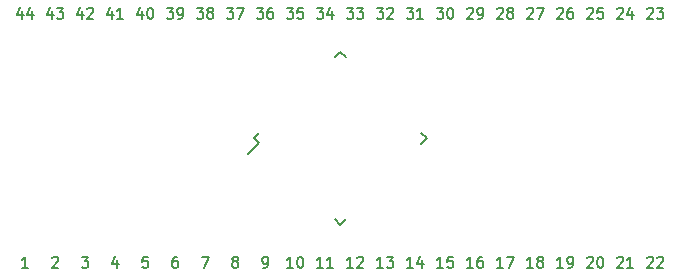
<source format=gbr>
G04 #@! TF.GenerationSoftware,KiCad,Pcbnew,(5.1.4)-1*
G04 #@! TF.CreationDate,2019-10-24T16:58:35-04:00*
G04 #@! TF.ProjectId,TQFP44,54514650-3434-42e6-9b69-6361645f7063,B*
G04 #@! TF.SameCoordinates,Original*
G04 #@! TF.FileFunction,Legend,Top*
G04 #@! TF.FilePolarity,Positive*
%FSLAX46Y46*%
G04 Gerber Fmt 4.6, Leading zero omitted, Abs format (unit mm)*
G04 Created by KiCad (PCBNEW (5.1.4)-1) date 2019-10-24 16:58:35*
%MOMM*%
%LPD*%
G04 APERTURE LIST*
%ADD10C,0.150000*%
G04 APERTURE END LIST*
D10*
X70862857Y-34986142D02*
X70862857Y-35586142D01*
X70648571Y-34643285D02*
X70434285Y-35286142D01*
X70991428Y-35286142D01*
X71720000Y-34986142D02*
X71720000Y-35586142D01*
X71505714Y-34643285D02*
X71291428Y-35286142D01*
X71848571Y-35286142D01*
X116154285Y-34771857D02*
X116197142Y-34729000D01*
X116282857Y-34686142D01*
X116497142Y-34686142D01*
X116582857Y-34729000D01*
X116625714Y-34771857D01*
X116668571Y-34857571D01*
X116668571Y-34943285D01*
X116625714Y-35071857D01*
X116111428Y-35586142D01*
X116668571Y-35586142D01*
X117440000Y-34686142D02*
X117268571Y-34686142D01*
X117182857Y-34729000D01*
X117140000Y-34771857D01*
X117054285Y-34900428D01*
X117011428Y-35071857D01*
X117011428Y-35414714D01*
X117054285Y-35500428D01*
X117097142Y-35543285D01*
X117182857Y-35586142D01*
X117354285Y-35586142D01*
X117440000Y-35543285D01*
X117482857Y-35500428D01*
X117525714Y-35414714D01*
X117525714Y-35200428D01*
X117482857Y-35114714D01*
X117440000Y-35071857D01*
X117354285Y-35029000D01*
X117182857Y-35029000D01*
X117097142Y-35071857D01*
X117054285Y-35114714D01*
X117011428Y-35200428D01*
X118694285Y-34771857D02*
X118737142Y-34729000D01*
X118822857Y-34686142D01*
X119037142Y-34686142D01*
X119122857Y-34729000D01*
X119165714Y-34771857D01*
X119208571Y-34857571D01*
X119208571Y-34943285D01*
X119165714Y-35071857D01*
X118651428Y-35586142D01*
X119208571Y-35586142D01*
X120022857Y-34686142D02*
X119594285Y-34686142D01*
X119551428Y-35114714D01*
X119594285Y-35071857D01*
X119680000Y-35029000D01*
X119894285Y-35029000D01*
X119980000Y-35071857D01*
X120022857Y-35114714D01*
X120065714Y-35200428D01*
X120065714Y-35414714D01*
X120022857Y-35500428D01*
X119980000Y-35543285D01*
X119894285Y-35586142D01*
X119680000Y-35586142D01*
X119594285Y-35543285D01*
X119551428Y-35500428D01*
X121234285Y-34771857D02*
X121277142Y-34729000D01*
X121362857Y-34686142D01*
X121577142Y-34686142D01*
X121662857Y-34729000D01*
X121705714Y-34771857D01*
X121748571Y-34857571D01*
X121748571Y-34943285D01*
X121705714Y-35071857D01*
X121191428Y-35586142D01*
X121748571Y-35586142D01*
X122520000Y-34986142D02*
X122520000Y-35586142D01*
X122305714Y-34643285D02*
X122091428Y-35286142D01*
X122648571Y-35286142D01*
X123774285Y-34771857D02*
X123817142Y-34729000D01*
X123902857Y-34686142D01*
X124117142Y-34686142D01*
X124202857Y-34729000D01*
X124245714Y-34771857D01*
X124288571Y-34857571D01*
X124288571Y-34943285D01*
X124245714Y-35071857D01*
X123731428Y-35586142D01*
X124288571Y-35586142D01*
X124588571Y-34686142D02*
X125145714Y-34686142D01*
X124845714Y-35029000D01*
X124974285Y-35029000D01*
X125060000Y-35071857D01*
X125102857Y-35114714D01*
X125145714Y-35200428D01*
X125145714Y-35414714D01*
X125102857Y-35500428D01*
X125060000Y-35543285D01*
X124974285Y-35586142D01*
X124717142Y-35586142D01*
X124631428Y-35543285D01*
X124588571Y-35500428D01*
X116668571Y-56668142D02*
X116154285Y-56668142D01*
X116411428Y-56668142D02*
X116411428Y-55768142D01*
X116325714Y-55896714D01*
X116240000Y-55982428D01*
X116154285Y-56025285D01*
X117097142Y-56668142D02*
X117268571Y-56668142D01*
X117354285Y-56625285D01*
X117397142Y-56582428D01*
X117482857Y-56453857D01*
X117525714Y-56282428D01*
X117525714Y-55939571D01*
X117482857Y-55853857D01*
X117440000Y-55811000D01*
X117354285Y-55768142D01*
X117182857Y-55768142D01*
X117097142Y-55811000D01*
X117054285Y-55853857D01*
X117011428Y-55939571D01*
X117011428Y-56153857D01*
X117054285Y-56239571D01*
X117097142Y-56282428D01*
X117182857Y-56325285D01*
X117354285Y-56325285D01*
X117440000Y-56282428D01*
X117482857Y-56239571D01*
X117525714Y-56153857D01*
X123774285Y-55853857D02*
X123817142Y-55811000D01*
X123902857Y-55768142D01*
X124117142Y-55768142D01*
X124202857Y-55811000D01*
X124245714Y-55853857D01*
X124288571Y-55939571D01*
X124288571Y-56025285D01*
X124245714Y-56153857D01*
X123731428Y-56668142D01*
X124288571Y-56668142D01*
X124631428Y-55853857D02*
X124674285Y-55811000D01*
X124760000Y-55768142D01*
X124974285Y-55768142D01*
X125060000Y-55811000D01*
X125102857Y-55853857D01*
X125145714Y-55939571D01*
X125145714Y-56025285D01*
X125102857Y-56153857D01*
X124588571Y-56668142D01*
X125145714Y-56668142D01*
X118694285Y-55853857D02*
X118737142Y-55811000D01*
X118822857Y-55768142D01*
X119037142Y-55768142D01*
X119122857Y-55811000D01*
X119165714Y-55853857D01*
X119208571Y-55939571D01*
X119208571Y-56025285D01*
X119165714Y-56153857D01*
X118651428Y-56668142D01*
X119208571Y-56668142D01*
X119765714Y-55768142D02*
X119851428Y-55768142D01*
X119937142Y-55811000D01*
X119980000Y-55853857D01*
X120022857Y-55939571D01*
X120065714Y-56111000D01*
X120065714Y-56325285D01*
X120022857Y-56496714D01*
X119980000Y-56582428D01*
X119937142Y-56625285D01*
X119851428Y-56668142D01*
X119765714Y-56668142D01*
X119680000Y-56625285D01*
X119637142Y-56582428D01*
X119594285Y-56496714D01*
X119551428Y-56325285D01*
X119551428Y-56111000D01*
X119594285Y-55939571D01*
X119637142Y-55853857D01*
X119680000Y-55811000D01*
X119765714Y-55768142D01*
X121234285Y-55853857D02*
X121277142Y-55811000D01*
X121362857Y-55768142D01*
X121577142Y-55768142D01*
X121662857Y-55811000D01*
X121705714Y-55853857D01*
X121748571Y-55939571D01*
X121748571Y-56025285D01*
X121705714Y-56153857D01*
X121191428Y-56668142D01*
X121748571Y-56668142D01*
X122605714Y-56668142D02*
X122091428Y-56668142D01*
X122348571Y-56668142D02*
X122348571Y-55768142D01*
X122262857Y-55896714D01*
X122177142Y-55982428D01*
X122091428Y-56025285D01*
X114128571Y-56668142D02*
X113614285Y-56668142D01*
X113871428Y-56668142D02*
X113871428Y-55768142D01*
X113785714Y-55896714D01*
X113700000Y-55982428D01*
X113614285Y-56025285D01*
X114642857Y-56153857D02*
X114557142Y-56111000D01*
X114514285Y-56068142D01*
X114471428Y-55982428D01*
X114471428Y-55939571D01*
X114514285Y-55853857D01*
X114557142Y-55811000D01*
X114642857Y-55768142D01*
X114814285Y-55768142D01*
X114900000Y-55811000D01*
X114942857Y-55853857D01*
X114985714Y-55939571D01*
X114985714Y-55982428D01*
X114942857Y-56068142D01*
X114900000Y-56111000D01*
X114814285Y-56153857D01*
X114642857Y-56153857D01*
X114557142Y-56196714D01*
X114514285Y-56239571D01*
X114471428Y-56325285D01*
X114471428Y-56496714D01*
X114514285Y-56582428D01*
X114557142Y-56625285D01*
X114642857Y-56668142D01*
X114814285Y-56668142D01*
X114900000Y-56625285D01*
X114942857Y-56582428D01*
X114985714Y-56496714D01*
X114985714Y-56325285D01*
X114942857Y-56239571D01*
X114900000Y-56196714D01*
X114814285Y-56153857D01*
X83991428Y-55768142D02*
X83820000Y-55768142D01*
X83734285Y-55811000D01*
X83691428Y-55853857D01*
X83605714Y-55982428D01*
X83562857Y-56153857D01*
X83562857Y-56496714D01*
X83605714Y-56582428D01*
X83648571Y-56625285D01*
X83734285Y-56668142D01*
X83905714Y-56668142D01*
X83991428Y-56625285D01*
X84034285Y-56582428D01*
X84077142Y-56496714D01*
X84077142Y-56282428D01*
X84034285Y-56196714D01*
X83991428Y-56153857D01*
X83905714Y-56111000D01*
X83734285Y-56111000D01*
X83648571Y-56153857D01*
X83605714Y-56196714D01*
X83562857Y-56282428D01*
X81494285Y-55768142D02*
X81065714Y-55768142D01*
X81022857Y-56196714D01*
X81065714Y-56153857D01*
X81151428Y-56111000D01*
X81365714Y-56111000D01*
X81451428Y-56153857D01*
X81494285Y-56196714D01*
X81537142Y-56282428D01*
X81537142Y-56496714D01*
X81494285Y-56582428D01*
X81451428Y-56625285D01*
X81365714Y-56668142D01*
X81151428Y-56668142D01*
X81065714Y-56625285D01*
X81022857Y-56582428D01*
X71377142Y-56668142D02*
X70862857Y-56668142D01*
X71120000Y-56668142D02*
X71120000Y-55768142D01*
X71034285Y-55896714D01*
X70948571Y-55982428D01*
X70862857Y-56025285D01*
X101428571Y-56668142D02*
X100914285Y-56668142D01*
X101171428Y-56668142D02*
X101171428Y-55768142D01*
X101085714Y-55896714D01*
X101000000Y-55982428D01*
X100914285Y-56025285D01*
X101728571Y-55768142D02*
X102285714Y-55768142D01*
X101985714Y-56111000D01*
X102114285Y-56111000D01*
X102200000Y-56153857D01*
X102242857Y-56196714D01*
X102285714Y-56282428D01*
X102285714Y-56496714D01*
X102242857Y-56582428D01*
X102200000Y-56625285D01*
X102114285Y-56668142D01*
X101857142Y-56668142D01*
X101771428Y-56625285D01*
X101728571Y-56582428D01*
X86060000Y-55768142D02*
X86660000Y-55768142D01*
X86274285Y-56668142D01*
X111588571Y-56668142D02*
X111074285Y-56668142D01*
X111331428Y-56668142D02*
X111331428Y-55768142D01*
X111245714Y-55896714D01*
X111160000Y-55982428D01*
X111074285Y-56025285D01*
X111888571Y-55768142D02*
X112488571Y-55768142D01*
X112102857Y-56668142D01*
X98888571Y-56668142D02*
X98374285Y-56668142D01*
X98631428Y-56668142D02*
X98631428Y-55768142D01*
X98545714Y-55896714D01*
X98460000Y-55982428D01*
X98374285Y-56025285D01*
X99231428Y-55853857D02*
X99274285Y-55811000D01*
X99360000Y-55768142D01*
X99574285Y-55768142D01*
X99660000Y-55811000D01*
X99702857Y-55853857D01*
X99745714Y-55939571D01*
X99745714Y-56025285D01*
X99702857Y-56153857D01*
X99188571Y-56668142D01*
X99745714Y-56668142D01*
X93808571Y-56668142D02*
X93294285Y-56668142D01*
X93551428Y-56668142D02*
X93551428Y-55768142D01*
X93465714Y-55896714D01*
X93380000Y-55982428D01*
X93294285Y-56025285D01*
X94365714Y-55768142D02*
X94451428Y-55768142D01*
X94537142Y-55811000D01*
X94580000Y-55853857D01*
X94622857Y-55939571D01*
X94665714Y-56111000D01*
X94665714Y-56325285D01*
X94622857Y-56496714D01*
X94580000Y-56582428D01*
X94537142Y-56625285D01*
X94451428Y-56668142D01*
X94365714Y-56668142D01*
X94280000Y-56625285D01*
X94237142Y-56582428D01*
X94194285Y-56496714D01*
X94151428Y-56325285D01*
X94151428Y-56111000D01*
X94194285Y-55939571D01*
X94237142Y-55853857D01*
X94280000Y-55811000D01*
X94365714Y-55768142D01*
X109048571Y-56668142D02*
X108534285Y-56668142D01*
X108791428Y-56668142D02*
X108791428Y-55768142D01*
X108705714Y-55896714D01*
X108620000Y-55982428D01*
X108534285Y-56025285D01*
X109820000Y-55768142D02*
X109648571Y-55768142D01*
X109562857Y-55811000D01*
X109520000Y-55853857D01*
X109434285Y-55982428D01*
X109391428Y-56153857D01*
X109391428Y-56496714D01*
X109434285Y-56582428D01*
X109477142Y-56625285D01*
X109562857Y-56668142D01*
X109734285Y-56668142D01*
X109820000Y-56625285D01*
X109862857Y-56582428D01*
X109905714Y-56496714D01*
X109905714Y-56282428D01*
X109862857Y-56196714D01*
X109820000Y-56153857D01*
X109734285Y-56111000D01*
X109562857Y-56111000D01*
X109477142Y-56153857D01*
X109434285Y-56196714D01*
X109391428Y-56282428D01*
X103968571Y-56668142D02*
X103454285Y-56668142D01*
X103711428Y-56668142D02*
X103711428Y-55768142D01*
X103625714Y-55896714D01*
X103540000Y-55982428D01*
X103454285Y-56025285D01*
X104740000Y-56068142D02*
X104740000Y-56668142D01*
X104525714Y-55725285D02*
X104311428Y-56368142D01*
X104868571Y-56368142D01*
X106508571Y-56668142D02*
X105994285Y-56668142D01*
X106251428Y-56668142D02*
X106251428Y-55768142D01*
X106165714Y-55896714D01*
X106080000Y-55982428D01*
X105994285Y-56025285D01*
X107322857Y-55768142D02*
X106894285Y-55768142D01*
X106851428Y-56196714D01*
X106894285Y-56153857D01*
X106980000Y-56111000D01*
X107194285Y-56111000D01*
X107280000Y-56153857D01*
X107322857Y-56196714D01*
X107365714Y-56282428D01*
X107365714Y-56496714D01*
X107322857Y-56582428D01*
X107280000Y-56625285D01*
X107194285Y-56668142D01*
X106980000Y-56668142D01*
X106894285Y-56625285D01*
X106851428Y-56582428D01*
X96348571Y-56668142D02*
X95834285Y-56668142D01*
X96091428Y-56668142D02*
X96091428Y-55768142D01*
X96005714Y-55896714D01*
X95920000Y-55982428D01*
X95834285Y-56025285D01*
X97205714Y-56668142D02*
X96691428Y-56668142D01*
X96948571Y-56668142D02*
X96948571Y-55768142D01*
X96862857Y-55896714D01*
X96777142Y-55982428D01*
X96691428Y-56025285D01*
X91268571Y-56668142D02*
X91440000Y-56668142D01*
X91525714Y-56625285D01*
X91568571Y-56582428D01*
X91654285Y-56453857D01*
X91697142Y-56282428D01*
X91697142Y-55939571D01*
X91654285Y-55853857D01*
X91611428Y-55811000D01*
X91525714Y-55768142D01*
X91354285Y-55768142D01*
X91268571Y-55811000D01*
X91225714Y-55853857D01*
X91182857Y-55939571D01*
X91182857Y-56153857D01*
X91225714Y-56239571D01*
X91268571Y-56282428D01*
X91354285Y-56325285D01*
X91525714Y-56325285D01*
X91611428Y-56282428D01*
X91654285Y-56239571D01*
X91697142Y-56153857D01*
X88814285Y-56153857D02*
X88728571Y-56111000D01*
X88685714Y-56068142D01*
X88642857Y-55982428D01*
X88642857Y-55939571D01*
X88685714Y-55853857D01*
X88728571Y-55811000D01*
X88814285Y-55768142D01*
X88985714Y-55768142D01*
X89071428Y-55811000D01*
X89114285Y-55853857D01*
X89157142Y-55939571D01*
X89157142Y-55982428D01*
X89114285Y-56068142D01*
X89071428Y-56111000D01*
X88985714Y-56153857D01*
X88814285Y-56153857D01*
X88728571Y-56196714D01*
X88685714Y-56239571D01*
X88642857Y-56325285D01*
X88642857Y-56496714D01*
X88685714Y-56582428D01*
X88728571Y-56625285D01*
X88814285Y-56668142D01*
X88985714Y-56668142D01*
X89071428Y-56625285D01*
X89114285Y-56582428D01*
X89157142Y-56496714D01*
X89157142Y-56325285D01*
X89114285Y-56239571D01*
X89071428Y-56196714D01*
X88985714Y-56153857D01*
X78911428Y-56068142D02*
X78911428Y-56668142D01*
X78697142Y-55725285D02*
X78482857Y-56368142D01*
X79040000Y-56368142D01*
X73402857Y-55853857D02*
X73445714Y-55811000D01*
X73531428Y-55768142D01*
X73745714Y-55768142D01*
X73831428Y-55811000D01*
X73874285Y-55853857D01*
X73917142Y-55939571D01*
X73917142Y-56025285D01*
X73874285Y-56153857D01*
X73360000Y-56668142D01*
X73917142Y-56668142D01*
X75900000Y-55768142D02*
X76457142Y-55768142D01*
X76157142Y-56111000D01*
X76285714Y-56111000D01*
X76371428Y-56153857D01*
X76414285Y-56196714D01*
X76457142Y-56282428D01*
X76457142Y-56496714D01*
X76414285Y-56582428D01*
X76371428Y-56625285D01*
X76285714Y-56668142D01*
X76028571Y-56668142D01*
X75942857Y-56625285D01*
X75900000Y-56582428D01*
X113614285Y-34771857D02*
X113657142Y-34729000D01*
X113742857Y-34686142D01*
X113957142Y-34686142D01*
X114042857Y-34729000D01*
X114085714Y-34771857D01*
X114128571Y-34857571D01*
X114128571Y-34943285D01*
X114085714Y-35071857D01*
X113571428Y-35586142D01*
X114128571Y-35586142D01*
X114428571Y-34686142D02*
X115028571Y-34686142D01*
X114642857Y-35586142D01*
X111074285Y-34771857D02*
X111117142Y-34729000D01*
X111202857Y-34686142D01*
X111417142Y-34686142D01*
X111502857Y-34729000D01*
X111545714Y-34771857D01*
X111588571Y-34857571D01*
X111588571Y-34943285D01*
X111545714Y-35071857D01*
X111031428Y-35586142D01*
X111588571Y-35586142D01*
X112102857Y-35071857D02*
X112017142Y-35029000D01*
X111974285Y-34986142D01*
X111931428Y-34900428D01*
X111931428Y-34857571D01*
X111974285Y-34771857D01*
X112017142Y-34729000D01*
X112102857Y-34686142D01*
X112274285Y-34686142D01*
X112360000Y-34729000D01*
X112402857Y-34771857D01*
X112445714Y-34857571D01*
X112445714Y-34900428D01*
X112402857Y-34986142D01*
X112360000Y-35029000D01*
X112274285Y-35071857D01*
X112102857Y-35071857D01*
X112017142Y-35114714D01*
X111974285Y-35157571D01*
X111931428Y-35243285D01*
X111931428Y-35414714D01*
X111974285Y-35500428D01*
X112017142Y-35543285D01*
X112102857Y-35586142D01*
X112274285Y-35586142D01*
X112360000Y-35543285D01*
X112402857Y-35500428D01*
X112445714Y-35414714D01*
X112445714Y-35243285D01*
X112402857Y-35157571D01*
X112360000Y-35114714D01*
X112274285Y-35071857D01*
X108534285Y-34771857D02*
X108577142Y-34729000D01*
X108662857Y-34686142D01*
X108877142Y-34686142D01*
X108962857Y-34729000D01*
X109005714Y-34771857D01*
X109048571Y-34857571D01*
X109048571Y-34943285D01*
X109005714Y-35071857D01*
X108491428Y-35586142D01*
X109048571Y-35586142D01*
X109477142Y-35586142D02*
X109648571Y-35586142D01*
X109734285Y-35543285D01*
X109777142Y-35500428D01*
X109862857Y-35371857D01*
X109905714Y-35200428D01*
X109905714Y-34857571D01*
X109862857Y-34771857D01*
X109820000Y-34729000D01*
X109734285Y-34686142D01*
X109562857Y-34686142D01*
X109477142Y-34729000D01*
X109434285Y-34771857D01*
X109391428Y-34857571D01*
X109391428Y-35071857D01*
X109434285Y-35157571D01*
X109477142Y-35200428D01*
X109562857Y-35243285D01*
X109734285Y-35243285D01*
X109820000Y-35200428D01*
X109862857Y-35157571D01*
X109905714Y-35071857D01*
X105951428Y-34686142D02*
X106508571Y-34686142D01*
X106208571Y-35029000D01*
X106337142Y-35029000D01*
X106422857Y-35071857D01*
X106465714Y-35114714D01*
X106508571Y-35200428D01*
X106508571Y-35414714D01*
X106465714Y-35500428D01*
X106422857Y-35543285D01*
X106337142Y-35586142D01*
X106080000Y-35586142D01*
X105994285Y-35543285D01*
X105951428Y-35500428D01*
X107065714Y-34686142D02*
X107151428Y-34686142D01*
X107237142Y-34729000D01*
X107280000Y-34771857D01*
X107322857Y-34857571D01*
X107365714Y-35029000D01*
X107365714Y-35243285D01*
X107322857Y-35414714D01*
X107280000Y-35500428D01*
X107237142Y-35543285D01*
X107151428Y-35586142D01*
X107065714Y-35586142D01*
X106980000Y-35543285D01*
X106937142Y-35500428D01*
X106894285Y-35414714D01*
X106851428Y-35243285D01*
X106851428Y-35029000D01*
X106894285Y-34857571D01*
X106937142Y-34771857D01*
X106980000Y-34729000D01*
X107065714Y-34686142D01*
X103411428Y-34686142D02*
X103968571Y-34686142D01*
X103668571Y-35029000D01*
X103797142Y-35029000D01*
X103882857Y-35071857D01*
X103925714Y-35114714D01*
X103968571Y-35200428D01*
X103968571Y-35414714D01*
X103925714Y-35500428D01*
X103882857Y-35543285D01*
X103797142Y-35586142D01*
X103540000Y-35586142D01*
X103454285Y-35543285D01*
X103411428Y-35500428D01*
X104825714Y-35586142D02*
X104311428Y-35586142D01*
X104568571Y-35586142D02*
X104568571Y-34686142D01*
X104482857Y-34814714D01*
X104397142Y-34900428D01*
X104311428Y-34943285D01*
X100871428Y-34686142D02*
X101428571Y-34686142D01*
X101128571Y-35029000D01*
X101257142Y-35029000D01*
X101342857Y-35071857D01*
X101385714Y-35114714D01*
X101428571Y-35200428D01*
X101428571Y-35414714D01*
X101385714Y-35500428D01*
X101342857Y-35543285D01*
X101257142Y-35586142D01*
X101000000Y-35586142D01*
X100914285Y-35543285D01*
X100871428Y-35500428D01*
X101771428Y-34771857D02*
X101814285Y-34729000D01*
X101900000Y-34686142D01*
X102114285Y-34686142D01*
X102200000Y-34729000D01*
X102242857Y-34771857D01*
X102285714Y-34857571D01*
X102285714Y-34943285D01*
X102242857Y-35071857D01*
X101728571Y-35586142D01*
X102285714Y-35586142D01*
X98331428Y-34686142D02*
X98888571Y-34686142D01*
X98588571Y-35029000D01*
X98717142Y-35029000D01*
X98802857Y-35071857D01*
X98845714Y-35114714D01*
X98888571Y-35200428D01*
X98888571Y-35414714D01*
X98845714Y-35500428D01*
X98802857Y-35543285D01*
X98717142Y-35586142D01*
X98460000Y-35586142D01*
X98374285Y-35543285D01*
X98331428Y-35500428D01*
X99188571Y-34686142D02*
X99745714Y-34686142D01*
X99445714Y-35029000D01*
X99574285Y-35029000D01*
X99660000Y-35071857D01*
X99702857Y-35114714D01*
X99745714Y-35200428D01*
X99745714Y-35414714D01*
X99702857Y-35500428D01*
X99660000Y-35543285D01*
X99574285Y-35586142D01*
X99317142Y-35586142D01*
X99231428Y-35543285D01*
X99188571Y-35500428D01*
X95791428Y-34686142D02*
X96348571Y-34686142D01*
X96048571Y-35029000D01*
X96177142Y-35029000D01*
X96262857Y-35071857D01*
X96305714Y-35114714D01*
X96348571Y-35200428D01*
X96348571Y-35414714D01*
X96305714Y-35500428D01*
X96262857Y-35543285D01*
X96177142Y-35586142D01*
X95920000Y-35586142D01*
X95834285Y-35543285D01*
X95791428Y-35500428D01*
X97120000Y-34986142D02*
X97120000Y-35586142D01*
X96905714Y-34643285D02*
X96691428Y-35286142D01*
X97248571Y-35286142D01*
X93251428Y-34686142D02*
X93808571Y-34686142D01*
X93508571Y-35029000D01*
X93637142Y-35029000D01*
X93722857Y-35071857D01*
X93765714Y-35114714D01*
X93808571Y-35200428D01*
X93808571Y-35414714D01*
X93765714Y-35500428D01*
X93722857Y-35543285D01*
X93637142Y-35586142D01*
X93380000Y-35586142D01*
X93294285Y-35543285D01*
X93251428Y-35500428D01*
X94622857Y-34686142D02*
X94194285Y-34686142D01*
X94151428Y-35114714D01*
X94194285Y-35071857D01*
X94280000Y-35029000D01*
X94494285Y-35029000D01*
X94580000Y-35071857D01*
X94622857Y-35114714D01*
X94665714Y-35200428D01*
X94665714Y-35414714D01*
X94622857Y-35500428D01*
X94580000Y-35543285D01*
X94494285Y-35586142D01*
X94280000Y-35586142D01*
X94194285Y-35543285D01*
X94151428Y-35500428D01*
X90711428Y-34686142D02*
X91268571Y-34686142D01*
X90968571Y-35029000D01*
X91097142Y-35029000D01*
X91182857Y-35071857D01*
X91225714Y-35114714D01*
X91268571Y-35200428D01*
X91268571Y-35414714D01*
X91225714Y-35500428D01*
X91182857Y-35543285D01*
X91097142Y-35586142D01*
X90840000Y-35586142D01*
X90754285Y-35543285D01*
X90711428Y-35500428D01*
X92040000Y-34686142D02*
X91868571Y-34686142D01*
X91782857Y-34729000D01*
X91740000Y-34771857D01*
X91654285Y-34900428D01*
X91611428Y-35071857D01*
X91611428Y-35414714D01*
X91654285Y-35500428D01*
X91697142Y-35543285D01*
X91782857Y-35586142D01*
X91954285Y-35586142D01*
X92040000Y-35543285D01*
X92082857Y-35500428D01*
X92125714Y-35414714D01*
X92125714Y-35200428D01*
X92082857Y-35114714D01*
X92040000Y-35071857D01*
X91954285Y-35029000D01*
X91782857Y-35029000D01*
X91697142Y-35071857D01*
X91654285Y-35114714D01*
X91611428Y-35200428D01*
X88171428Y-34686142D02*
X88728571Y-34686142D01*
X88428571Y-35029000D01*
X88557142Y-35029000D01*
X88642857Y-35071857D01*
X88685714Y-35114714D01*
X88728571Y-35200428D01*
X88728571Y-35414714D01*
X88685714Y-35500428D01*
X88642857Y-35543285D01*
X88557142Y-35586142D01*
X88300000Y-35586142D01*
X88214285Y-35543285D01*
X88171428Y-35500428D01*
X89028571Y-34686142D02*
X89628571Y-34686142D01*
X89242857Y-35586142D01*
X85631428Y-34686142D02*
X86188571Y-34686142D01*
X85888571Y-35029000D01*
X86017142Y-35029000D01*
X86102857Y-35071857D01*
X86145714Y-35114714D01*
X86188571Y-35200428D01*
X86188571Y-35414714D01*
X86145714Y-35500428D01*
X86102857Y-35543285D01*
X86017142Y-35586142D01*
X85760000Y-35586142D01*
X85674285Y-35543285D01*
X85631428Y-35500428D01*
X86702857Y-35071857D02*
X86617142Y-35029000D01*
X86574285Y-34986142D01*
X86531428Y-34900428D01*
X86531428Y-34857571D01*
X86574285Y-34771857D01*
X86617142Y-34729000D01*
X86702857Y-34686142D01*
X86874285Y-34686142D01*
X86960000Y-34729000D01*
X87002857Y-34771857D01*
X87045714Y-34857571D01*
X87045714Y-34900428D01*
X87002857Y-34986142D01*
X86960000Y-35029000D01*
X86874285Y-35071857D01*
X86702857Y-35071857D01*
X86617142Y-35114714D01*
X86574285Y-35157571D01*
X86531428Y-35243285D01*
X86531428Y-35414714D01*
X86574285Y-35500428D01*
X86617142Y-35543285D01*
X86702857Y-35586142D01*
X86874285Y-35586142D01*
X86960000Y-35543285D01*
X87002857Y-35500428D01*
X87045714Y-35414714D01*
X87045714Y-35243285D01*
X87002857Y-35157571D01*
X86960000Y-35114714D01*
X86874285Y-35071857D01*
X83091428Y-34686142D02*
X83648571Y-34686142D01*
X83348571Y-35029000D01*
X83477142Y-35029000D01*
X83562857Y-35071857D01*
X83605714Y-35114714D01*
X83648571Y-35200428D01*
X83648571Y-35414714D01*
X83605714Y-35500428D01*
X83562857Y-35543285D01*
X83477142Y-35586142D01*
X83220000Y-35586142D01*
X83134285Y-35543285D01*
X83091428Y-35500428D01*
X84077142Y-35586142D02*
X84248571Y-35586142D01*
X84334285Y-35543285D01*
X84377142Y-35500428D01*
X84462857Y-35371857D01*
X84505714Y-35200428D01*
X84505714Y-34857571D01*
X84462857Y-34771857D01*
X84420000Y-34729000D01*
X84334285Y-34686142D01*
X84162857Y-34686142D01*
X84077142Y-34729000D01*
X84034285Y-34771857D01*
X83991428Y-34857571D01*
X83991428Y-35071857D01*
X84034285Y-35157571D01*
X84077142Y-35200428D01*
X84162857Y-35243285D01*
X84334285Y-35243285D01*
X84420000Y-35200428D01*
X84462857Y-35157571D01*
X84505714Y-35071857D01*
X81022857Y-34986142D02*
X81022857Y-35586142D01*
X80808571Y-34643285D02*
X80594285Y-35286142D01*
X81151428Y-35286142D01*
X81665714Y-34686142D02*
X81751428Y-34686142D01*
X81837142Y-34729000D01*
X81880000Y-34771857D01*
X81922857Y-34857571D01*
X81965714Y-35029000D01*
X81965714Y-35243285D01*
X81922857Y-35414714D01*
X81880000Y-35500428D01*
X81837142Y-35543285D01*
X81751428Y-35586142D01*
X81665714Y-35586142D01*
X81580000Y-35543285D01*
X81537142Y-35500428D01*
X81494285Y-35414714D01*
X81451428Y-35243285D01*
X81451428Y-35029000D01*
X81494285Y-34857571D01*
X81537142Y-34771857D01*
X81580000Y-34729000D01*
X81665714Y-34686142D01*
X78482857Y-34986142D02*
X78482857Y-35586142D01*
X78268571Y-34643285D02*
X78054285Y-35286142D01*
X78611428Y-35286142D01*
X79425714Y-35586142D02*
X78911428Y-35586142D01*
X79168571Y-35586142D02*
X79168571Y-34686142D01*
X79082857Y-34814714D01*
X78997142Y-34900428D01*
X78911428Y-34943285D01*
X75942857Y-34986142D02*
X75942857Y-35586142D01*
X75728571Y-34643285D02*
X75514285Y-35286142D01*
X76071428Y-35286142D01*
X76371428Y-34771857D02*
X76414285Y-34729000D01*
X76500000Y-34686142D01*
X76714285Y-34686142D01*
X76800000Y-34729000D01*
X76842857Y-34771857D01*
X76885714Y-34857571D01*
X76885714Y-34943285D01*
X76842857Y-35071857D01*
X76328571Y-35586142D01*
X76885714Y-35586142D01*
X73402857Y-34986142D02*
X73402857Y-35586142D01*
X73188571Y-34643285D02*
X72974285Y-35286142D01*
X73531428Y-35286142D01*
X73788571Y-34686142D02*
X74345714Y-34686142D01*
X74045714Y-35029000D01*
X74174285Y-35029000D01*
X74260000Y-35071857D01*
X74302857Y-35114714D01*
X74345714Y-35200428D01*
X74345714Y-35414714D01*
X74302857Y-35500428D01*
X74260000Y-35543285D01*
X74174285Y-35586142D01*
X73917142Y-35586142D01*
X73831428Y-35543285D01*
X73788571Y-35500428D01*
X90878031Y-46126586D02*
X89976470Y-47028148D01*
X97790000Y-38401445D02*
X97312703Y-38878742D01*
X105108555Y-45720000D02*
X104631258Y-46197297D01*
X97790000Y-53038555D02*
X98267297Y-52561258D01*
X90471445Y-45720000D02*
X90948742Y-45242703D01*
X97790000Y-53038555D02*
X97312703Y-52561258D01*
X105108555Y-45720000D02*
X104631258Y-45242703D01*
X97790000Y-38401445D02*
X98267297Y-38878742D01*
X90471445Y-45720000D02*
X90878031Y-46126586D01*
M02*

</source>
